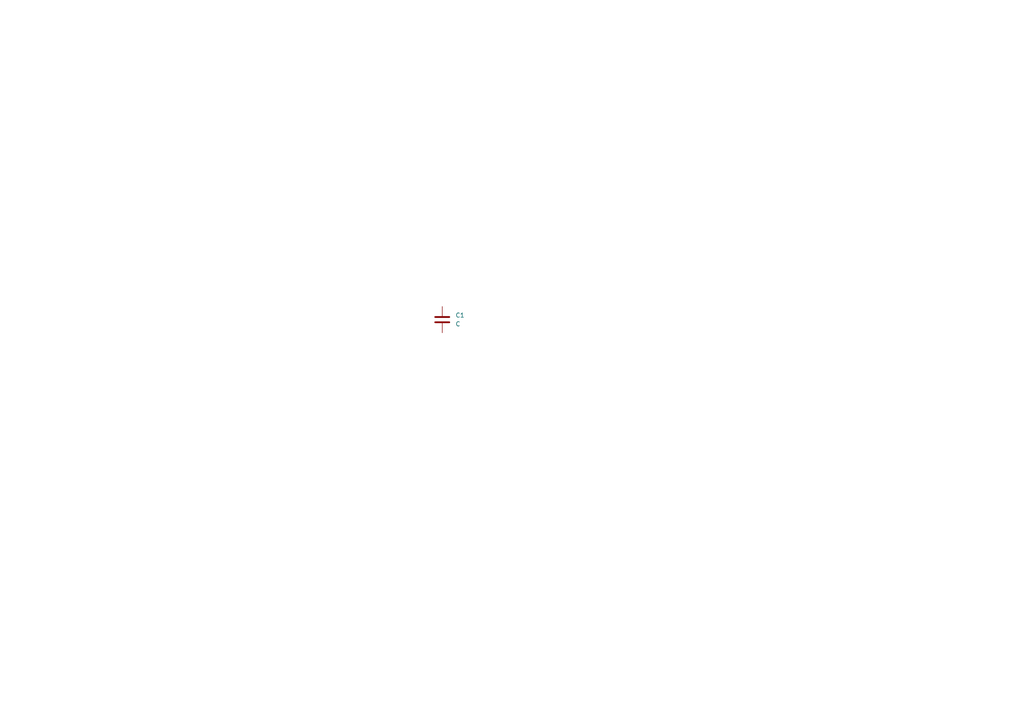
<source format=kicad_sch>
(kicad_sch
	(version 20231120)
	(generator "eeschema")
	(generator_version "8.0")
	(uuid "d579fda1-3939-4814-953c-afc9087a4054")
	(paper "A4")
	(lib_symbols
		(symbol "Device:C"
			(pin_numbers hide)
			(pin_names
				(offset 0.254)
			)
			(exclude_from_sim no)
			(in_bom yes)
			(on_board yes)
			(property "Reference" "C"
				(at 0.635 2.54 0)
				(effects
					(font
						(size 1.27 1.27)
					)
					(justify left)
				)
			)
			(property "Value" "C"
				(at 0.635 -2.54 0)
				(effects
					(font
						(size 1.27 1.27)
					)
					(justify left)
				)
			)
			(property "Footprint" ""
				(at 0.9652 -3.81 0)
				(effects
					(font
						(size 1.27 1.27)
					)
					(hide yes)
				)
			)
			(property "Datasheet" "~"
				(at 0 0 0)
				(effects
					(font
						(size 1.27 1.27)
					)
					(hide yes)
				)
			)
			(property "Description" "Unpolarized capacitor"
				(at 0 0 0)
				(effects
					(font
						(size 1.27 1.27)
					)
					(hide yes)
				)
			)
			(property "ki_keywords" "cap capacitor"
				(at 0 0 0)
				(effects
					(font
						(size 1.27 1.27)
					)
					(hide yes)
				)
			)
			(property "ki_fp_filters" "C_*"
				(at 0 0 0)
				(effects
					(font
						(size 1.27 1.27)
					)
					(hide yes)
				)
			)
			(symbol "C_0_1"
				(polyline
					(pts
						(xy -2.032 -0.762) (xy 2.032 -0.762)
					)
					(stroke
						(width 0.508)
						(type default)
					)
					(fill
						(type none)
					)
				)
				(polyline
					(pts
						(xy -2.032 0.762) (xy 2.032 0.762)
					)
					(stroke
						(width 0.508)
						(type default)
					)
					(fill
						(type none)
					)
				)
			)
			(symbol "C_1_1"
				(pin passive line
					(at 0 3.81 270)
					(length 2.794)
					(name "~"
						(effects
							(font
								(size 1.27 1.27)
							)
						)
					)
					(number "1"
						(effects
							(font
								(size 1.27 1.27)
							)
						)
					)
				)
				(pin passive line
					(at 0 -3.81 90)
					(length 2.794)
					(name "~"
						(effects
							(font
								(size 1.27 1.27)
							)
						)
					)
					(number "2"
						(effects
							(font
								(size 1.27 1.27)
							)
						)
					)
				)
			)
		)
	)
	(symbol
		(lib_id "Device:C")
		(at 128.27 92.71 0)
		(unit 1)
		(exclude_from_sim no)
		(in_bom yes)
		(on_board yes)
		(dnp no)
		(fields_autoplaced yes)
		(uuid "e057f47f-1226-4ccc-860d-da442bfb2c2a")
		(property "Reference" "C1"
			(at 132.08 91.4399 0)
			(effects
				(font
					(size 1.27 1.27)
				)
				(justify left)
			)
		)
		(property "Value" "C"
			(at 132.08 93.9799 0)
			(effects
				(font
					(size 1.27 1.27)
				)
				(justify left)
			)
		)
		(property "Footprint" ""
			(at 129.2352 96.52 0)
			(effects
				(font
					(size 1.27 1.27)
				)
				(hide yes)
			)
		)
		(property "Datasheet" "~"
			(at 128.27 92.71 0)
			(effects
				(font
					(size 1.27 1.27)
				)
				(hide yes)
			)
		)
		(property "Description" "Unpolarized capacitor"
			(at 128.27 92.71 0)
			(effects
				(font
					(size 1.27 1.27)
				)
				(hide yes)
			)
		)
		(pin "1"
			(uuid "2ef07bb5-1d78-4367-89a3-0e37a622fe3f")
		)
		(pin "2"
			(uuid "914af263-af8c-4c50-8ea1-0f84aa3f5d81")
		)
		(instances
			(project ""
				(path "/d579fda1-3939-4814-953c-afc9087a4054"
					(reference "C1")
					(unit 1)
				)
			)
		)
	)
	(sheet_instances
		(path "/"
			(page "1")
		)
	)
)

</source>
